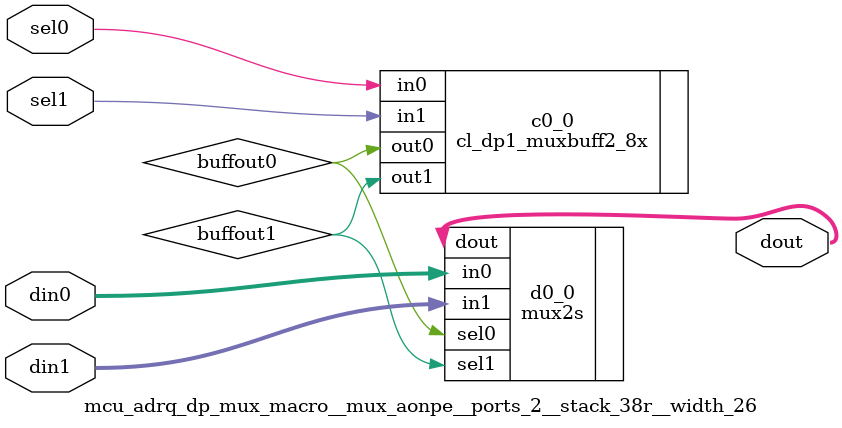
<source format=v>
module mcu_adrq_dp (
  l2clk, 
  drl2clk, 
  scan_in, 
  scan_out, 
  tcu_pce_ov, 
  tcu_aclk, 
  tcu_bclk, 
  tcu_scan_en, 
  drif_scm, 
  rd_rank_adr, 
  rd_bank_adr, 
  rd_ras_adr, 
  rd_cas_adr, 
  l2rd_req_id, 
  wr_rank_adr, 
  wr_bank_adr, 
  wr_ras_adr, 
  wr_cas_adr, 
  rd_adr_queue7_en, 
  rd_adr_queue6_en, 
  rd_adr_queue5_en, 
  rd_adr_queue4_en, 
  rd_adr_queue3_en, 
  rd_adr_queue2_en, 
  rd_adr_queue1_en, 
  rd_adr_queue0_en, 
  rd_adr_queue_sel, 
  wr_adr_queue7_en, 
  wr_adr_queue6_en, 
  wr_adr_queue5_en, 
  wr_adr_queue4_en, 
  wr_adr_queue3_en, 
  wr_adr_queue2_en, 
  wr_adr_queue1_en, 
  wr_adr_queue0_en, 
  wr_adr_queue_sel, 
  wr1_adr_queue_sel, 
  wr2_adr_queue_sel, 
  req_rdwr_addr_sel, 
  ras_adr_queue, 
  cas_adr_queue, 
  rd_req_id_queue, 
  ras_wr1_adr_queue, 
  cas_wr1_adr_queue, 
  ras_wr2_adr_queue, 
  cas_wr2_adr_queue, 
  rd_wr_adr7_eq, 
  rd_wr_adr6_eq, 
  rd_wr_adr5_eq, 
  rd_wr_adr4_eq, 
  rd_wr_adr3_eq, 
  rd_wr_adr2_eq, 
  rd_wr_adr1_eq, 
  rd_wr_adr0_eq);
wire pce_ov;
wire stop;
wire siclk;
wire soclk;
wire se;
wire u_mcu_rd_adr_sync_scanin;
wire u_mcu_rd_adr_sync_scanout;
wire [2:0] mcu_rd_req_id;
wire [3:0] mcu_rank_rd_adr;
wire [2:0] mcu_bank_rd_adr;
wire [14:0] mcu_ras_rd_adr;
wire [10:0] mcu_cas_rd_adr;
wire u_mcu_wr_adr_sync_scanin;
wire u_mcu_wr_adr_sync_scanout;
wire adrq_scm;
wire [3:0] mcu_rank_wr_adr;
wire [2:0] mcu_bank_wr_adr;
wire [14:0] mcu_ras_wr_adr;
wire [10:0] mcu_cas_wr_adr;
wire u_rd_adr_queue7_scanin;
wire u_rd_adr_queue7_scanout;
wire [2:0] rd_req_id_queue7;
wire [3:0] rank_rd_adr_queue7;
wire [2:0] bank_rd_adr_queue7;
wire [14:0] ras_rd_adr_queue7;
wire [10:0] cas_rd_adr_queue7;
wire u_rd_adr_queue6_scanin;
wire u_rd_adr_queue6_scanout;
wire [2:0] rd_req_id_queue6;
wire [3:0] rank_rd_adr_queue6;
wire [2:0] bank_rd_adr_queue6;
wire [14:0] ras_rd_adr_queue6;
wire [10:0] cas_rd_adr_queue6;
wire u_rd_adr_queue5_scanin;
wire u_rd_adr_queue5_scanout;
wire [2:0] rd_req_id_queue5;
wire [3:0] rank_rd_adr_queue5;
wire [2:0] bank_rd_adr_queue5;
wire [14:0] ras_rd_adr_queue5;
wire [10:0] cas_rd_adr_queue5;
wire u_rd_adr_queue4_scanin;
wire u_rd_adr_queue4_scanout;
wire [2:0] rd_req_id_queue4;
wire [3:0] rank_rd_adr_queue4;
wire [2:0] bank_rd_adr_queue4;
wire [14:0] ras_rd_adr_queue4;
wire [10:0] cas_rd_adr_queue4;
wire u_rd_adr_queue3_scanin;
wire u_rd_adr_queue3_scanout;
wire [2:0] rd_req_id_queue3;
wire [3:0] rank_rd_adr_queue3;
wire [2:0] bank_rd_adr_queue3;
wire [14:0] ras_rd_adr_queue3;
wire [10:0] cas_rd_adr_queue3;
wire u_rd_adr_queue2_scanin;
wire u_rd_adr_queue2_scanout;
wire [2:0] rd_req_id_queue2;
wire [3:0] rank_rd_adr_queue2;
wire [2:0] bank_rd_adr_queue2;
wire [14:0] ras_rd_adr_queue2;
wire [10:0] cas_rd_adr_queue2;
wire u_rd_adr_queue1_scanin;
wire u_rd_adr_queue1_scanout;
wire [2:0] rd_req_id_queue1;
wire [3:0] rank_rd_adr_queue1;
wire [2:0] bank_rd_adr_queue1;
wire [14:0] ras_rd_adr_queue1;
wire [10:0] cas_rd_adr_queue1;
wire u_rd_adr_queue0_scanin;
wire u_rd_adr_queue0_scanout;
wire [2:0] rd_req_id_queue0;
wire [3:0] rank_rd_adr_queue0;
wire [2:0] bank_rd_adr_queue0;
wire [14:0] ras_rd_adr_queue0;
wire [10:0] cas_rd_adr_queue0;
wire [3:0] rank_rd_adr_queue;
wire [2:0] bank_rd_adr_queue;
wire [14:0] ras_rd_adr_queue;
wire [10:0] cas_rd_adr_queue;
wire adrq_scm_l;
wire cas_rd_adr_cmp_2;
wire u_wr_adr_queue7_scanin;
wire u_wr_adr_queue7_scanout;
wire [3:0] rank_wr_adr_queue7;
wire [2:0] bank_wr_adr_queue7;
wire [14:0] ras_wr_adr_queue7;
wire [10:0] cas_wr_adr_queue7;
wire u_wr_adr_queue6_scanin;
wire u_wr_adr_queue6_scanout;
wire [3:0] rank_wr_adr_queue6;
wire [2:0] bank_wr_adr_queue6;
wire [14:0] ras_wr_adr_queue6;
wire [10:0] cas_wr_adr_queue6;
wire u_wr_adr_queue5_scanin;
wire u_wr_adr_queue5_scanout;
wire [3:0] rank_wr_adr_queue5;
wire [2:0] bank_wr_adr_queue5;
wire [14:0] ras_wr_adr_queue5;
wire [10:0] cas_wr_adr_queue5;
wire u_wr_adr_queue4_scanin;
wire u_wr_adr_queue4_scanout;
wire [3:0] rank_wr_adr_queue4;
wire [2:0] bank_wr_adr_queue4;
wire [14:0] ras_wr_adr_queue4;
wire [10:0] cas_wr_adr_queue4;
wire u_wr_adr_queue3_scanin;
wire u_wr_adr_queue3_scanout;
wire [3:0] rank_wr_adr_queue3;
wire [2:0] bank_wr_adr_queue3;
wire [14:0] ras_wr_adr_queue3;
wire [10:0] cas_wr_adr_queue3;
wire u_wr_adr_queue2_scanin;
wire u_wr_adr_queue2_scanout;
wire [3:0] rank_wr_adr_queue2;
wire [2:0] bank_wr_adr_queue2;
wire [14:0] ras_wr_adr_queue2;
wire [10:0] cas_wr_adr_queue2;
wire u_wr_adr_queue1_scanin;
wire u_wr_adr_queue1_scanout;
wire [3:0] rank_wr_adr_queue1;
wire [2:0] bank_wr_adr_queue1;
wire [14:0] ras_wr_adr_queue1;
wire [10:0] cas_wr_adr_queue1;
wire u_wr_adr_queue0_scanin;
wire u_wr_adr_queue0_scanout;
wire [3:0] rank_wr_adr_queue0;
wire [2:0] bank_wr_adr_queue0;
wire [14:0] ras_wr_adr_queue0;
wire [10:0] cas_wr_adr_queue0;
wire [14:0] ras_wr_adr_queue;
wire [10:0] cas_wr_adr_queue;


input		l2clk;
input		drl2clk;


input 		scan_in;
output		scan_out;
input		tcu_pce_ov;
input 		tcu_aclk;
input		tcu_bclk;
input		tcu_scan_en;

input		drif_scm;

input	[3:0]	rd_rank_adr;
input	[2:0]	rd_bank_adr;
input	[14:0]	rd_ras_adr;
input	[10:0]	rd_cas_adr;
input	[2:0]	l2rd_req_id;

input	[3:0]	wr_rank_adr;
input	[2:0]	wr_bank_adr;
input	[14:0]	wr_ras_adr;
input	[10:0]	wr_cas_adr;

input		rd_adr_queue7_en;
input		rd_adr_queue6_en;
input		rd_adr_queue5_en;
input		rd_adr_queue4_en;
input		rd_adr_queue3_en;
input		rd_adr_queue2_en;
input		rd_adr_queue1_en;
input		rd_adr_queue0_en;
input	[7:0]	rd_adr_queue_sel;

input		wr_adr_queue7_en;
input		wr_adr_queue6_en;
input		wr_adr_queue5_en;
input		wr_adr_queue4_en;
input		wr_adr_queue3_en;
input		wr_adr_queue2_en;
input		wr_adr_queue1_en;
input		wr_adr_queue0_en;
input	[7:0]	wr_adr_queue_sel;
input	[7:0]	wr1_adr_queue_sel;
input	[7:0]	wr2_adr_queue_sel;

input	[1:0]	req_rdwr_addr_sel;

output	[14:0]	ras_adr_queue;			// RAS address 
output	[10:0]	cas_adr_queue;			// CAS address 
output	[2:0]	rd_req_id_queue;		// read request ID

output	[14:0]	ras_wr1_adr_queue;		// RAS for write in B Command slot
output	[10:0]	cas_wr1_adr_queue;		// CAS for write in B Command slot
output	[14:0]	ras_wr2_adr_queue;		// RAS for write in C Command slot
output	[10:0]	cas_wr2_adr_queue;		// CAS for write in C Command slot

output		rd_wr_adr7_eq;
output		rd_wr_adr6_eq;
output		rd_wr_adr5_eq;
output		rd_wr_adr4_eq;
output		rd_wr_adr3_eq;
output		rd_wr_adr2_eq;
output		rd_wr_adr1_eq;
output		rd_wr_adr0_eq;

// Scan reassigns
assign pce_ov = tcu_pce_ov;
assign stop = 1'b0;
assign siclk = tcu_aclk;
assign soclk = tcu_bclk;
assign se = tcu_scan_en;

// read request address flops

mcu_adrq_dp_msff_macro__stack_38r__width_36	u_mcu_rd_adr_sync		       (
  		.scan_in(u_mcu_rd_adr_sync_scanin),
  		.scan_out(u_mcu_rd_adr_sync_scanout),
  		.clk 	( drl2clk ),	
  		.en  	( 1'b1 ),
  		.din 	( { l2rd_req_id[2:0],   rd_rank_adr[3:0], 	 rd_bank_adr[2:0], 	  rd_ras_adr[14:0],        rd_cas_adr[10:0] 	  } ),
  		.dout	( { mcu_rd_req_id[2:0], mcu_rank_rd_adr[3:0],    mcu_bank_rd_adr[2:0],    mcu_ras_rd_adr[14:0],    mcu_cas_rd_adr[10:0] } ),
  .se(se),
  .siclk(siclk),
  .soclk(soclk),
  .pce_ov(pce_ov),
  .stop(stop) );


// write request address flops

mcu_adrq_dp_msff_macro__stack_38r__width_34	u_mcu_wr_adr_sync		       (
  		.scan_in(u_mcu_wr_adr_sync_scanin),
  		.scan_out(u_mcu_wr_adr_sync_scanout),
  		.clk 	( drl2clk ),	
  		.en  	( 1'b1 ),
  		.din 	( { drif_scm, wr_rank_adr[3:0],     wr_bank_adr[2:0],     wr_ras_adr[14:0],       wr_cas_adr[10:2], 2'b0 } ),
  		.dout	( { adrq_scm, mcu_rank_wr_adr[3:0], mcu_bank_wr_adr[2:0], mcu_ras_wr_adr[14:0], 	mcu_cas_wr_adr[10:0] }),
  .se(se),
  .siclk(siclk),
  .soclk(soclk),
  .pce_ov(pce_ov),
  .stop(stop) );



// 8-entry read address request queue 

mcu_adrq_dp_msff_macro__stack_38r__width_36	u_rd_adr_queue7		       (
  		.scan_in(u_rd_adr_queue7_scanin),
  		.scan_out(u_rd_adr_queue7_scanout),
  		.clk 	( drl2clk ),	
  		.en  	( rd_adr_queue7_en ),
  		.din 	( { mcu_rd_req_id[2:0],     mcu_rank_rd_adr[3:0],    mcu_bank_rd_adr[2:0],    mcu_ras_rd_adr[14:0],    mcu_cas_rd_adr[10:0]     } ),
  		.dout	( { rd_req_id_queue7[2:0],  rank_rd_adr_queue7[3:0], bank_rd_adr_queue7[2:0], ras_rd_adr_queue7[14:0], cas_rd_adr_queue7[10:0]  } ),
  .se(se),
  .siclk(siclk),
  .soclk(soclk),
  .pce_ov(pce_ov),
  .stop(stop) );

mcu_adrq_dp_msff_macro__stack_38r__width_36	u_rd_adr_queue6		       (
  		.scan_in(u_rd_adr_queue6_scanin),
  		.scan_out(u_rd_adr_queue6_scanout),
  		.clk 	( drl2clk ),	
  		.en  	( rd_adr_queue6_en ),
  		.din 	( { mcu_rd_req_id[2:0],     mcu_rank_rd_adr[3:0],    mcu_bank_rd_adr[2:0],    mcu_ras_rd_adr[14:0],    mcu_cas_rd_adr[10:0]     } ),
  		.dout	( { rd_req_id_queue6[2:0],  rank_rd_adr_queue6[3:0], bank_rd_adr_queue6[2:0], ras_rd_adr_queue6[14:0], cas_rd_adr_queue6[10:0]  } ),
  .se(se),
  .siclk(siclk),
  .soclk(soclk),
  .pce_ov(pce_ov),
  .stop(stop) );

mcu_adrq_dp_msff_macro__stack_38r__width_36	u_rd_adr_queue5		       (
  		.scan_in(u_rd_adr_queue5_scanin),
  		.scan_out(u_rd_adr_queue5_scanout),
  		.clk 	( drl2clk ),	
  		.en  	( rd_adr_queue5_en ),
  		.din 	( { mcu_rd_req_id[2:0],     mcu_rank_rd_adr[3:0],    mcu_bank_rd_adr[2:0],    mcu_ras_rd_adr[14:0],    mcu_cas_rd_adr[10:0]     } ),
  		.dout	( { rd_req_id_queue5[2:0],  rank_rd_adr_queue5[3:0], bank_rd_adr_queue5[2:0], ras_rd_adr_queue5[14:0], cas_rd_adr_queue5[10:0]  } ),
  .se(se),
  .siclk(siclk),
  .soclk(soclk),
  .pce_ov(pce_ov),
  .stop(stop) );

mcu_adrq_dp_msff_macro__stack_38r__width_36	u_rd_adr_queue4		       (
  		.scan_in(u_rd_adr_queue4_scanin),
  		.scan_out(u_rd_adr_queue4_scanout),
  		.clk 	( drl2clk ),	
  		.en  	( rd_adr_queue4_en ),
  		.din 	( { mcu_rd_req_id[2:0],     mcu_rank_rd_adr[3:0],    mcu_bank_rd_adr[2:0],    mcu_ras_rd_adr[14:0],    mcu_cas_rd_adr[10:0]     } ),
  		.dout	( { rd_req_id_queue4[2:0],  rank_rd_adr_queue4[3:0], bank_rd_adr_queue4[2:0], ras_rd_adr_queue4[14:0], cas_rd_adr_queue4[10:0]  } ),
  .se(se),
  .siclk(siclk),
  .soclk(soclk),
  .pce_ov(pce_ov),
  .stop(stop) );

mcu_adrq_dp_msff_macro__stack_38r__width_36	u_rd_adr_queue3		       (
  		.scan_in(u_rd_adr_queue3_scanin),
  		.scan_out(u_rd_adr_queue3_scanout),
  		.clk 	( drl2clk ),	
  		.en  	( rd_adr_queue3_en ),
  		.din 	( { mcu_rd_req_id[2:0],     mcu_rank_rd_adr[3:0],    mcu_bank_rd_adr[2:0],    mcu_ras_rd_adr[14:0],    mcu_cas_rd_adr[10:0]     } ),
  		.dout	( { rd_req_id_queue3[2:0],  rank_rd_adr_queue3[3:0], bank_rd_adr_queue3[2:0], ras_rd_adr_queue3[14:0], cas_rd_adr_queue3[10:0]  } ),
  .se(se),
  .siclk(siclk),
  .soclk(soclk),
  .pce_ov(pce_ov),
  .stop(stop) );

mcu_adrq_dp_msff_macro__stack_38r__width_36	u_rd_adr_queue2		       (
  		.scan_in(u_rd_adr_queue2_scanin),
  		.scan_out(u_rd_adr_queue2_scanout),
  		.clk 	( drl2clk ),	
  		.en  	( rd_adr_queue2_en ),
  		.din 	( { mcu_rd_req_id[2:0],     mcu_rank_rd_adr[3:0],    mcu_bank_rd_adr[2:0],    mcu_ras_rd_adr[14:0],    mcu_cas_rd_adr[10:0]     } ),
  		.dout	( { rd_req_id_queue2[2:0],  rank_rd_adr_queue2[3:0], bank_rd_adr_queue2[2:0], ras_rd_adr_queue2[14:0], cas_rd_adr_queue2[10:0]  } ),
  .se(se),
  .siclk(siclk),
  .soclk(soclk),
  .pce_ov(pce_ov),
  .stop(stop) );

mcu_adrq_dp_msff_macro__stack_38r__width_36	u_rd_adr_queue1		       (
  		.scan_in(u_rd_adr_queue1_scanin),
  		.scan_out(u_rd_adr_queue1_scanout),
  		.clk 	( drl2clk ),	
  		.en  	( rd_adr_queue1_en ),
  		.din 	( { mcu_rd_req_id[2:0],     mcu_rank_rd_adr[3:0],    mcu_bank_rd_adr[2:0],    mcu_ras_rd_adr[14:0],    mcu_cas_rd_adr[10:0]     } ),
  		.dout	( { rd_req_id_queue1[2:0],  rank_rd_adr_queue1[3:0], bank_rd_adr_queue1[2:0], ras_rd_adr_queue1[14:0], cas_rd_adr_queue1[10:0]  } ),
  .se(se),
  .siclk(siclk),
  .soclk(soclk),
  .pce_ov(pce_ov),
  .stop(stop) );

mcu_adrq_dp_msff_macro__stack_38r__width_36	u_rd_adr_queue0		       (
  		.scan_in(u_rd_adr_queue0_scanin),
  		.scan_out(u_rd_adr_queue0_scanout),
  		.clk 	( drl2clk ),	
  		.en  	( rd_adr_queue0_en ),
  		.din 	( { mcu_rd_req_id[2:0],     mcu_rank_rd_adr[3:0],    mcu_bank_rd_adr[2:0],    mcu_ras_rd_adr[14:0],    mcu_cas_rd_adr[10:0]     } ),
  		.dout	( { rd_req_id_queue0[2:0],  rank_rd_adr_queue0[3:0], bank_rd_adr_queue0[2:0], ras_rd_adr_queue0[14:0], cas_rd_adr_queue0[10:0]  } ),
  .se(se),
  .siclk(siclk),
  .soclk(soclk),
  .pce_ov(pce_ov),
  .stop(stop) );

mcu_adrq_dp_mux_macro__mux_aonpe__ports_8__stack_38r__width_36	u_rd_adr_queue        	              (
  		.din0	( { rd_req_id_queue0[2:0], rank_rd_adr_queue0[3:0], bank_rd_adr_queue0[2:0], ras_rd_adr_queue0[14:0], cas_rd_adr_queue0[10:0] } ),	// default
  		.din1	( { rd_req_id_queue1[2:0], rank_rd_adr_queue1[3:0], bank_rd_adr_queue1[2:0], ras_rd_adr_queue1[14:0], cas_rd_adr_queue1[10:0] } ),
  		.din2	( { rd_req_id_queue2[2:0], rank_rd_adr_queue2[3:0], bank_rd_adr_queue2[2:0], ras_rd_adr_queue2[14:0], cas_rd_adr_queue2[10:0] } ),
  		.din3	( { rd_req_id_queue3[2:0], rank_rd_adr_queue3[3:0], bank_rd_adr_queue3[2:0], ras_rd_adr_queue3[14:0], cas_rd_adr_queue3[10:0] } ),
  		.din4	( { rd_req_id_queue4[2:0], rank_rd_adr_queue4[3:0], bank_rd_adr_queue4[2:0], ras_rd_adr_queue4[14:0], cas_rd_adr_queue4[10:0] } ),
  		.din5	( { rd_req_id_queue5[2:0], rank_rd_adr_queue5[3:0], bank_rd_adr_queue5[2:0], ras_rd_adr_queue5[14:0], cas_rd_adr_queue5[10:0] } ),
  		.din6	( { rd_req_id_queue6[2:0], rank_rd_adr_queue6[3:0], bank_rd_adr_queue6[2:0], ras_rd_adr_queue6[14:0], cas_rd_adr_queue6[10:0] } ),
  		.din7	( { rd_req_id_queue7[2:0], rank_rd_adr_queue7[3:0], bank_rd_adr_queue7[2:0], ras_rd_adr_queue7[14:0], cas_rd_adr_queue7[10:0] } ),
  		.sel0	( rd_adr_queue_sel[0] ),
  		.sel1	( rd_adr_queue_sel[1] ),
  		.sel2	( rd_adr_queue_sel[2] ),
  		.sel3	( rd_adr_queue_sel[3] ),
  		.sel4	( rd_adr_queue_sel[4] ),
  		.sel5	( rd_adr_queue_sel[5] ),
  		.sel6	( rd_adr_queue_sel[6] ),
  		.sel7	( rd_adr_queue_sel[7] ),
  		.dout	( { rd_req_id_queue[2:0], rank_rd_adr_queue[3:0], bank_rd_adr_queue[2:0], ras_rd_adr_queue[14:0], cas_rd_adr_queue[10:0] } ) );

// Mask off bit 2 in single channel mode for RAW hazard compare
mcu_adrq_dp_inv_macro	u_inv_scm ( .din(adrq_scm), .dout(adrq_scm_l));
mcu_adrq_dp_and_macro	u_rd_adr_2 ( .din0(adrq_scm_l), .din1(cas_rd_adr_queue[2]), .dout(cas_rd_adr_cmp_2));

// 8-entry write address request queue 

mcu_adrq_dp_msff_macro__stack_38r__width_33	u_wr_adr_queue7		       (
  		.scan_in(u_wr_adr_queue7_scanin),
  		.scan_out(u_wr_adr_queue7_scanout),
  		.clk 	( drl2clk ),	
  		.en  	( wr_adr_queue7_en ),
  		.din 	( { mcu_rank_wr_adr[3:0],    mcu_bank_wr_adr[2:0],    mcu_ras_wr_adr[14:0],    mcu_cas_wr_adr[10:0] } ),
  		.dout	( { rank_wr_adr_queue7[3:0], bank_wr_adr_queue7[2:0], ras_wr_adr_queue7[14:0], cas_wr_adr_queue7[10:0] } ),
  .se(se),
  .siclk(siclk),
  .soclk(soclk),
  .pce_ov(pce_ov),
  .stop(stop) );

mcu_adrq_dp_cmp_macro__width_32	u_cmp_adr_queue7	    (
		.din0	( { 1'b0, rank_rd_adr_queue[3:0],  bank_rd_adr_queue[2:0],  ras_rd_adr_queue[14:0],  cas_rd_adr_queue[10:3], cas_rd_adr_cmp_2 } ),
		.din1	( { 1'b0, rank_wr_adr_queue7[3:0], bank_wr_adr_queue7[2:0], ras_wr_adr_queue7[14:0], cas_wr_adr_queue7[10:2] } ),
		.dout	( rd_wr_adr7_eq ));

mcu_adrq_dp_msff_macro__stack_38r__width_33	u_wr_adr_queue6		       (
  		.scan_in(u_wr_adr_queue6_scanin),
  		.scan_out(u_wr_adr_queue6_scanout),
  		.clk 	( drl2clk ),	
  		.en  	( wr_adr_queue6_en ),
  		.din 	( { mcu_rank_wr_adr[3:0],    mcu_bank_wr_adr[2:0],    mcu_ras_wr_adr[14:0],    mcu_cas_wr_adr[10:0] } ),
  		.dout	( { rank_wr_adr_queue6[3:0], bank_wr_adr_queue6[2:0], ras_wr_adr_queue6[14:0], cas_wr_adr_queue6[10:0] } ),
  .se(se),
  .siclk(siclk),
  .soclk(soclk),
  .pce_ov(pce_ov),
  .stop(stop) );

mcu_adrq_dp_cmp_macro__width_32	u_cmp_adr_queue6	    (
		.din0	( { 1'b0, rank_rd_adr_queue[3:0],  bank_rd_adr_queue[2:0],  ras_rd_adr_queue[14:0],  cas_rd_adr_queue[10:3], cas_rd_adr_cmp_2 } ),
		.din1	( { 1'b0, rank_wr_adr_queue6[3:0], bank_wr_adr_queue6[2:0], ras_wr_adr_queue6[14:0], cas_wr_adr_queue6[10:2] } ),
		.dout	( rd_wr_adr6_eq ));

mcu_adrq_dp_msff_macro__stack_38r__width_33	u_wr_adr_queue5		       (
  		.scan_in(u_wr_adr_queue5_scanin),
  		.scan_out(u_wr_adr_queue5_scanout),
  		.clk 	( drl2clk ),	
  		.en  	( wr_adr_queue5_en ),
  		.din 	( { mcu_rank_wr_adr[3:0],    mcu_bank_wr_adr[2:0],    mcu_ras_wr_adr[14:0],    mcu_cas_wr_adr[10:0] } ),
  		.dout	( { rank_wr_adr_queue5[3:0], bank_wr_adr_queue5[2:0], ras_wr_adr_queue5[14:0], cas_wr_adr_queue5[10:0] } ),
  .se(se),
  .siclk(siclk),
  .soclk(soclk),
  .pce_ov(pce_ov),
  .stop(stop) );

mcu_adrq_dp_cmp_macro__width_32	u_cmp_adr_queue5	    (
		.din0	( { 1'b0, rank_rd_adr_queue[3:0],  bank_rd_adr_queue[2:0],  ras_rd_adr_queue[14:0],  cas_rd_adr_queue[10:3], cas_rd_adr_cmp_2 } ),
		.din1	( { 1'b0, rank_wr_adr_queue5[3:0], bank_wr_adr_queue5[2:0], ras_wr_adr_queue5[14:0], cas_wr_adr_queue5[10:2] } ),
		.dout	( rd_wr_adr5_eq ));

mcu_adrq_dp_msff_macro__stack_38r__width_33	u_wr_adr_queue4		       (
  		.scan_in(u_wr_adr_queue4_scanin),
  		.scan_out(u_wr_adr_queue4_scanout),
  		.clk 	( drl2clk ),	
  		.en  	( wr_adr_queue4_en ),
  		.din 	( { mcu_rank_wr_adr[3:0],    mcu_bank_wr_adr[2:0],    mcu_ras_wr_adr[14:0],    mcu_cas_wr_adr[10:0] } ),
  		.dout	( { rank_wr_adr_queue4[3:0], bank_wr_adr_queue4[2:0], ras_wr_adr_queue4[14:0], cas_wr_adr_queue4[10:0] } ),
  .se(se),
  .siclk(siclk),
  .soclk(soclk),
  .pce_ov(pce_ov),
  .stop(stop) );

mcu_adrq_dp_cmp_macro__width_32	u_cmp_adr_queue4	    (
		.din0	( { 1'b0, rank_rd_adr_queue[3:0],  bank_rd_adr_queue[2:0],  ras_rd_adr_queue[14:0],  cas_rd_adr_queue[10:3], cas_rd_adr_cmp_2 } ),
		.din1	( { 1'b0, rank_wr_adr_queue4[3:0], bank_wr_adr_queue4[2:0], ras_wr_adr_queue4[14:0], cas_wr_adr_queue4[10:2] } ),
		.dout	( rd_wr_adr4_eq ));

mcu_adrq_dp_msff_macro__stack_38r__width_33	u_wr_adr_queue3		       (
  		.scan_in(u_wr_adr_queue3_scanin),
  		.scan_out(u_wr_adr_queue3_scanout),
  		.clk 	( drl2clk ),	
  		.en  	( wr_adr_queue3_en ),
  		.din 	( { mcu_rank_wr_adr[3:0],    mcu_bank_wr_adr[2:0],    mcu_ras_wr_adr[14:0],    mcu_cas_wr_adr[10:0] } ),
  		.dout	( { rank_wr_adr_queue3[3:0], bank_wr_adr_queue3[2:0], ras_wr_adr_queue3[14:0], cas_wr_adr_queue3[10:0] } ),
  .se(se),
  .siclk(siclk),
  .soclk(soclk),
  .pce_ov(pce_ov),
  .stop(stop) );

mcu_adrq_dp_cmp_macro__width_32	u_cmp_adr_queue3	    (
		.din0	( { 1'b0, rank_rd_adr_queue[3:0],  bank_rd_adr_queue[2:0],  ras_rd_adr_queue[14:0],  cas_rd_adr_queue[10:3], cas_rd_adr_cmp_2 } ),
		.din1	( { 1'b0, rank_wr_adr_queue3[3:0], bank_wr_adr_queue3[2:0], ras_wr_adr_queue3[14:0], cas_wr_adr_queue3[10:2] } ),
		.dout	( rd_wr_adr3_eq ));

mcu_adrq_dp_msff_macro__stack_38r__width_33	u_wr_adr_queue2		       (
  		.scan_in(u_wr_adr_queue2_scanin),
  		.scan_out(u_wr_adr_queue2_scanout),
  		.clk 	( drl2clk ),	
  		.en  	( wr_adr_queue2_en ),
  		.din 	( { mcu_rank_wr_adr[3:0],    mcu_bank_wr_adr[2:0],    mcu_ras_wr_adr[14:0],    mcu_cas_wr_adr[10:0] } ),
  		.dout	( { rank_wr_adr_queue2[3:0], bank_wr_adr_queue2[2:0], ras_wr_adr_queue2[14:0], cas_wr_adr_queue2[10:0] } ),
  .se(se),
  .siclk(siclk),
  .soclk(soclk),
  .pce_ov(pce_ov),
  .stop(stop) );

mcu_adrq_dp_cmp_macro__width_32	u_cmp_adr_queue2	    (
		.din0	( { 1'b0, rank_rd_adr_queue[3:0],  bank_rd_adr_queue[2:0],  ras_rd_adr_queue[14:0],  cas_rd_adr_queue[10:3], cas_rd_adr_cmp_2 } ),
		.din1	( { 1'b0, rank_wr_adr_queue2[3:0], bank_wr_adr_queue2[2:0], ras_wr_adr_queue2[14:0], cas_wr_adr_queue2[10:2] } ),
		.dout	( rd_wr_adr2_eq ));

mcu_adrq_dp_msff_macro__stack_38r__width_33	u_wr_adr_queue1		       (
  		.scan_in(u_wr_adr_queue1_scanin),
  		.scan_out(u_wr_adr_queue1_scanout),
  		.clk 	( drl2clk ),	
  		.en  	( wr_adr_queue1_en ),
  		.din 	( { mcu_rank_wr_adr[3:0],    mcu_bank_wr_adr[2:0],    mcu_ras_wr_adr[14:0],    mcu_cas_wr_adr[10:0] } ),
  		.dout	( { rank_wr_adr_queue1[3:0], bank_wr_adr_queue1[2:0], ras_wr_adr_queue1[14:0], cas_wr_adr_queue1[10:0] } ),
  .se(se),
  .siclk(siclk),
  .soclk(soclk),
  .pce_ov(pce_ov),
  .stop(stop) );

mcu_adrq_dp_cmp_macro__width_32	u_cmp_adr_queue1	    (
		.din0	( { 1'b0, rank_rd_adr_queue[3:0],  bank_rd_adr_queue[2:0],  ras_rd_adr_queue[14:0],  cas_rd_adr_queue[10:3], cas_rd_adr_cmp_2 } ),
		.din1	( { 1'b0, rank_wr_adr_queue1[3:0], bank_wr_adr_queue1[2:0], ras_wr_adr_queue1[14:0], cas_wr_adr_queue1[10:2] } ),
		.dout	( rd_wr_adr1_eq ));

mcu_adrq_dp_msff_macro__stack_38r__width_33	u_wr_adr_queue0		       (
  		.scan_in(u_wr_adr_queue0_scanin),
  		.scan_out(u_wr_adr_queue0_scanout),
  		.clk 	( drl2clk ),	
  		.en  	( wr_adr_queue0_en ),
  		.din 	( { mcu_rank_wr_adr[3:0],    mcu_bank_wr_adr[2:0],    mcu_ras_wr_adr[14:0],    mcu_cas_wr_adr[10:0] } ),
  		.dout	( { rank_wr_adr_queue0[3:0], bank_wr_adr_queue0[2:0], ras_wr_adr_queue0[14:0], cas_wr_adr_queue0[10:0] } ),
  .se(se),
  .siclk(siclk),
  .soclk(soclk),
  .pce_ov(pce_ov),
  .stop(stop) );

mcu_adrq_dp_cmp_macro__width_32	u_cmp_adr_queue0	    (
		.din0	( { 1'b0, rank_rd_adr_queue[3:0],  bank_rd_adr_queue[2:0],  ras_rd_adr_queue[14:0],  cas_rd_adr_queue[10:3], cas_rd_adr_cmp_2 } ),
		.din1	( { 1'b0, rank_wr_adr_queue0[3:0], bank_wr_adr_queue0[2:0], ras_wr_adr_queue0[14:0], cas_wr_adr_queue0[10:2] } ),
		.dout	( rd_wr_adr0_eq ));

mcu_adrq_dp_mux_macro__mux_aonpe__ports_8__stack_38r__width_26	u_wr0_adr_queue        	              (
  		.din0	( { ras_wr_adr_queue0[14:0], cas_wr_adr_queue0[10:0] } ),	// default
  		.din1	( { ras_wr_adr_queue1[14:0], cas_wr_adr_queue1[10:0] } ),
  		.din2	( { ras_wr_adr_queue2[14:0], cas_wr_adr_queue2[10:0] } ),
  		.din3	( { ras_wr_adr_queue3[14:0], cas_wr_adr_queue3[10:0] } ),
  		.din4	( { ras_wr_adr_queue4[14:0], cas_wr_adr_queue4[10:0] } ),
  		.din5	( { ras_wr_adr_queue5[14:0], cas_wr_adr_queue5[10:0] } ),
  		.din6	( { ras_wr_adr_queue6[14:0], cas_wr_adr_queue6[10:0] } ),
  		.din7	( { ras_wr_adr_queue7[14:0], cas_wr_adr_queue7[10:0] } ),
  		.sel0	( wr_adr_queue_sel[0] ),
  		.sel1	( wr_adr_queue_sel[1] ),
  		.sel2	( wr_adr_queue_sel[2] ),
  		.sel3	( wr_adr_queue_sel[3] ),
  		.sel4	( wr_adr_queue_sel[4] ),
  		.sel5	( wr_adr_queue_sel[5] ),
  		.sel6	( wr_adr_queue_sel[6] ),
  		.sel7	( wr_adr_queue_sel[7] ),
  		.dout	( { ras_wr_adr_queue[14:0], cas_wr_adr_queue[10:0] } ) );

// request read/write address mux 
mcu_adrq_dp_mux_macro__mux_aonpe__ports_2__stack_38r__width_26	u_rdwr_adr_queue		              (
  		.din0	( { ras_wr_adr_queue[14:0], cas_wr_adr_queue[10:0] } ),
  		.din1	( { ras_rd_adr_queue[14:0], cas_rd_adr_queue[10:0] } ),		// default
  		.sel0	( req_rdwr_addr_sel[0] ),
  		.sel1	( req_rdwr_addr_sel[1] ),
  		.dout	( { ras_adr_queue[14:0],    cas_adr_queue[10:0] } ) );

mcu_adrq_dp_mux_macro__mux_aonpe__ports_8__stack_38r__width_26	u_wr1_adr_queue        	              (
  		.din0	( { ras_wr_adr_queue0[14:0], cas_wr_adr_queue0[10:0] } ),	// default
  		.din1	( { ras_wr_adr_queue1[14:0], cas_wr_adr_queue1[10:0] } ),
  		.din2	( { ras_wr_adr_queue2[14:0], cas_wr_adr_queue2[10:0] } ),
  		.din3	( { ras_wr_adr_queue3[14:0], cas_wr_adr_queue3[10:0] } ),
  		.din4	( { ras_wr_adr_queue4[14:0], cas_wr_adr_queue4[10:0] } ),
  		.din5	( { ras_wr_adr_queue5[14:0], cas_wr_adr_queue5[10:0] } ),
  		.din6	( { ras_wr_adr_queue6[14:0], cas_wr_adr_queue6[10:0] } ),
  		.din7	( { ras_wr_adr_queue7[14:0], cas_wr_adr_queue7[10:0] } ),
  		.sel0	( wr1_adr_queue_sel[0] ),
  		.sel1	( wr1_adr_queue_sel[1] ),
  		.sel2	( wr1_adr_queue_sel[2] ),
  		.sel3	( wr1_adr_queue_sel[3] ),
  		.sel4	( wr1_adr_queue_sel[4] ),
  		.sel5	( wr1_adr_queue_sel[5] ),
  		.sel6	( wr1_adr_queue_sel[6] ),
  		.sel7	( wr1_adr_queue_sel[7] ),
  		.dout	( { ras_wr1_adr_queue[14:0], cas_wr1_adr_queue[10:0] } ) );

mcu_adrq_dp_mux_macro__mux_aonpe__ports_8__stack_38r__width_26	u_wr2_adr_queue        	              (
  		.din0	( { ras_wr_adr_queue0[14:0], cas_wr_adr_queue0[10:0] } ),	// default
  		.din1	( { ras_wr_adr_queue1[14:0], cas_wr_adr_queue1[10:0] } ),
  		.din2	( { ras_wr_adr_queue2[14:0], cas_wr_adr_queue2[10:0] } ),
  		.din3	( { ras_wr_adr_queue3[14:0], cas_wr_adr_queue3[10:0] } ),
  		.din4	( { ras_wr_adr_queue4[14:0], cas_wr_adr_queue4[10:0] } ),
  		.din5	( { ras_wr_adr_queue5[14:0], cas_wr_adr_queue5[10:0] } ),
  		.din6	( { ras_wr_adr_queue6[14:0], cas_wr_adr_queue6[10:0] } ),
  		.din7	( { ras_wr_adr_queue7[14:0], cas_wr_adr_queue7[10:0] } ),
  		.sel0	( wr2_adr_queue_sel[0] ),
  		.sel1	( wr2_adr_queue_sel[1] ),
  		.sel2	( wr2_adr_queue_sel[2] ),
  		.sel3	( wr2_adr_queue_sel[3] ),
  		.sel4	( wr2_adr_queue_sel[4] ),
  		.sel5	( wr2_adr_queue_sel[5] ),
  		.sel6	( wr2_adr_queue_sel[6] ),
  		.sel7	( wr2_adr_queue_sel[7] ),
  		.dout	( { ras_wr2_adr_queue[14:0], cas_wr2_adr_queue[10:0] } ) );

// fixscan start:
assign u_mcu_rd_adr_sync_scanin  = scan_in                  ;
assign u_mcu_wr_adr_sync_scanin  = u_mcu_rd_adr_sync_scanout;
assign u_rd_adr_queue7_scanin    = u_mcu_wr_adr_sync_scanout;
assign u_rd_adr_queue6_scanin    = u_rd_adr_queue7_scanout  ;
assign u_rd_adr_queue5_scanin    = u_rd_adr_queue6_scanout  ;
assign u_rd_adr_queue4_scanin    = u_rd_adr_queue5_scanout  ;
assign u_rd_adr_queue3_scanin    = u_rd_adr_queue4_scanout  ;
assign u_rd_adr_queue2_scanin    = u_rd_adr_queue3_scanout  ;
assign u_rd_adr_queue1_scanin    = u_rd_adr_queue2_scanout  ;
assign u_rd_adr_queue0_scanin    = u_rd_adr_queue1_scanout  ;
assign u_wr_adr_queue7_scanin    = u_rd_adr_queue0_scanout  ;
assign u_wr_adr_queue6_scanin    = u_wr_adr_queue7_scanout  ;
assign u_wr_adr_queue5_scanin    = u_wr_adr_queue6_scanout  ;
assign u_wr_adr_queue4_scanin    = u_wr_adr_queue5_scanout  ;
assign u_wr_adr_queue3_scanin    = u_wr_adr_queue4_scanout  ;
assign u_wr_adr_queue2_scanin    = u_wr_adr_queue3_scanout  ;
assign u_wr_adr_queue1_scanin    = u_wr_adr_queue2_scanout  ;
assign u_wr_adr_queue0_scanin    = u_wr_adr_queue1_scanout  ;
assign scan_out                  = u_wr_adr_queue0_scanout  ;
// fixscan end:
endmodule	// mcu_adrq_dp






// any PARAMS parms go into naming of macro

module mcu_adrq_dp_msff_macro__stack_38r__width_36 (
  din, 
  clk, 
  en, 
  se, 
  scan_in, 
  siclk, 
  soclk, 
  pce_ov, 
  stop, 
  dout, 
  scan_out);
wire l1clk;
wire siclk_out;
wire soclk_out;
wire [34:0] so;

  input [35:0] din;


  input clk;
  input en;
  input se;
  input scan_in;
  input siclk;
  input soclk;
  input pce_ov;
  input stop;



  output [35:0] dout;


  output scan_out;




cl_dp1_l1hdr_8x c0_0 (
.l2clk(clk),
.pce(en),
.aclk(siclk),
.bclk(soclk),
.l1clk(l1clk),
  .se(se),
  .pce_ov(pce_ov),
  .stop(stop),
  .siclk_out(siclk_out),
  .soclk_out(soclk_out)
);
dff #(36)  d0_0 (
.l1clk(l1clk),
.siclk(siclk_out),
.soclk(soclk_out),
.d(din[35:0]),
.si({scan_in,so[34:0]}),
.so({so[34:0],scan_out}),
.q(dout[35:0])
);




















endmodule













// any PARAMS parms go into naming of macro

module mcu_adrq_dp_msff_macro__stack_38r__width_34 (
  din, 
  clk, 
  en, 
  se, 
  scan_in, 
  siclk, 
  soclk, 
  pce_ov, 
  stop, 
  dout, 
  scan_out);
wire l1clk;
wire siclk_out;
wire soclk_out;
wire [32:0] so;

  input [33:0] din;


  input clk;
  input en;
  input se;
  input scan_in;
  input siclk;
  input soclk;
  input pce_ov;
  input stop;



  output [33:0] dout;


  output scan_out;




cl_dp1_l1hdr_8x c0_0 (
.l2clk(clk),
.pce(en),
.aclk(siclk),
.bclk(soclk),
.l1clk(l1clk),
  .se(se),
  .pce_ov(pce_ov),
  .stop(stop),
  .siclk_out(siclk_out),
  .soclk_out(soclk_out)
);
dff #(34)  d0_0 (
.l1clk(l1clk),
.siclk(siclk_out),
.soclk(soclk_out),
.d(din[33:0]),
.si({scan_in,so[32:0]}),
.so({so[32:0],scan_out}),
.q(dout[33:0])
);




















endmodule









// general mux macro for pass-gate and and-or muxes with/wout priority encoders
// also for pass-gate with decoder





// any PARAMS parms go into naming of macro

module mcu_adrq_dp_mux_macro__mux_aonpe__ports_8__stack_38r__width_36 (
  din0, 
  sel0, 
  din1, 
  sel1, 
  din2, 
  sel2, 
  din3, 
  sel3, 
  din4, 
  sel4, 
  din5, 
  sel5, 
  din6, 
  sel6, 
  din7, 
  sel7, 
  dout);
wire buffout0;
wire buffout1;
wire buffout2;
wire buffout3;
wire buffout4;
wire buffout5;
wire buffout6;
wire buffout7;

  input [35:0] din0;
  input sel0;
  input [35:0] din1;
  input sel1;
  input [35:0] din2;
  input sel2;
  input [35:0] din3;
  input sel3;
  input [35:0] din4;
  input sel4;
  input [35:0] din5;
  input sel5;
  input [35:0] din6;
  input sel6;
  input [35:0] din7;
  input sel7;
  output [35:0] dout;





cl_dp1_muxbuff8_8x  c0_0 (
 .in0(sel0),
 .in1(sel1),
 .in2(sel2),
 .in3(sel3),
 .in4(sel4),
 .in5(sel5),
 .in6(sel6),
 .in7(sel7),
 .out0(buffout0),
 .out1(buffout1),
 .out2(buffout2),
 .out3(buffout3),
 .out4(buffout4),
 .out5(buffout5),
 .out6(buffout6),
 .out7(buffout7)
);
mux8s #(36)  d0_0 (
  .sel0(buffout0),
  .sel1(buffout1),
  .sel2(buffout2),
  .sel3(buffout3),
  .sel4(buffout4),
  .sel5(buffout5),
  .sel6(buffout6),
  .sel7(buffout7),
  .in0(din0[35:0]),
  .in1(din1[35:0]),
  .in2(din2[35:0]),
  .in3(din3[35:0]),
  .in4(din4[35:0]),
  .in5(din5[35:0]),
  .in6(din6[35:0]),
  .in7(din7[35:0]),
.dout(dout[35:0])
);









  



endmodule


//
//   invert macro
//
//





module mcu_adrq_dp_inv_macro (
  din, 
  dout);
  input [0:0] din;
  output [0:0] dout;






inv #(1)  d0_0 (
.in(din[0:0]),
.out(dout[0:0])
);









endmodule





//  
//   and macro for ports = 2,3,4
//
//





module mcu_adrq_dp_and_macro (
  din0, 
  din1, 
  dout);
  input [0:0] din0;
  input [0:0] din1;
  output [0:0] dout;






and2 #(1)  d0_0 (
.in0(din0[0:0]),
.in1(din1[0:0]),
.out(dout[0:0])
);









endmodule









// any PARAMS parms go into naming of macro

module mcu_adrq_dp_msff_macro__stack_38r__width_33 (
  din, 
  clk, 
  en, 
  se, 
  scan_in, 
  siclk, 
  soclk, 
  pce_ov, 
  stop, 
  dout, 
  scan_out);
wire l1clk;
wire siclk_out;
wire soclk_out;
wire [31:0] so;

  input [32:0] din;


  input clk;
  input en;
  input se;
  input scan_in;
  input siclk;
  input soclk;
  input pce_ov;
  input stop;



  output [32:0] dout;


  output scan_out;




cl_dp1_l1hdr_8x c0_0 (
.l2clk(clk),
.pce(en),
.aclk(siclk),
.bclk(soclk),
.l1clk(l1clk),
  .se(se),
  .pce_ov(pce_ov),
  .stop(stop),
  .siclk_out(siclk_out),
  .soclk_out(soclk_out)
);
dff #(33)  d0_0 (
.l1clk(l1clk),
.siclk(siclk_out),
.soclk(soclk_out),
.d(din[32:0]),
.si({scan_in,so[31:0]}),
.so({so[31:0],scan_out}),
.q(dout[32:0])
);




















endmodule









//
//   comparator macro (output is 1 if both inputs are equal; 0 otherwise)
//
//





module mcu_adrq_dp_cmp_macro__width_32 (
  din0, 
  din1, 
  dout);
  input [31:0] din0;
  input [31:0] din1;
  output dout;






cmp #(32)  m0_0 (
.in0(din0[31:0]),
.in1(din1[31:0]),
.out(dout)
);










endmodule





// general mux macro for pass-gate and and-or muxes with/wout priority encoders
// also for pass-gate with decoder





// any PARAMS parms go into naming of macro

module mcu_adrq_dp_mux_macro__mux_aonpe__ports_8__stack_38r__width_26 (
  din0, 
  sel0, 
  din1, 
  sel1, 
  din2, 
  sel2, 
  din3, 
  sel3, 
  din4, 
  sel4, 
  din5, 
  sel5, 
  din6, 
  sel6, 
  din7, 
  sel7, 
  dout);
wire buffout0;
wire buffout1;
wire buffout2;
wire buffout3;
wire buffout4;
wire buffout5;
wire buffout6;
wire buffout7;

  input [25:0] din0;
  input sel0;
  input [25:0] din1;
  input sel1;
  input [25:0] din2;
  input sel2;
  input [25:0] din3;
  input sel3;
  input [25:0] din4;
  input sel4;
  input [25:0] din5;
  input sel5;
  input [25:0] din6;
  input sel6;
  input [25:0] din7;
  input sel7;
  output [25:0] dout;





cl_dp1_muxbuff8_8x  c0_0 (
 .in0(sel0),
 .in1(sel1),
 .in2(sel2),
 .in3(sel3),
 .in4(sel4),
 .in5(sel5),
 .in6(sel6),
 .in7(sel7),
 .out0(buffout0),
 .out1(buffout1),
 .out2(buffout2),
 .out3(buffout3),
 .out4(buffout4),
 .out5(buffout5),
 .out6(buffout6),
 .out7(buffout7)
);
mux8s #(26)  d0_0 (
  .sel0(buffout0),
  .sel1(buffout1),
  .sel2(buffout2),
  .sel3(buffout3),
  .sel4(buffout4),
  .sel5(buffout5),
  .sel6(buffout6),
  .sel7(buffout7),
  .in0(din0[25:0]),
  .in1(din1[25:0]),
  .in2(din2[25:0]),
  .in3(din3[25:0]),
  .in4(din4[25:0]),
  .in5(din5[25:0]),
  .in6(din6[25:0]),
  .in7(din7[25:0]),
.dout(dout[25:0])
);









  



endmodule


// general mux macro for pass-gate and and-or muxes with/wout priority encoders
// also for pass-gate with decoder





// any PARAMS parms go into naming of macro

module mcu_adrq_dp_mux_macro__mux_aonpe__ports_2__stack_38r__width_26 (
  din0, 
  sel0, 
  din1, 
  sel1, 
  dout);
wire buffout0;
wire buffout1;

  input [25:0] din0;
  input sel0;
  input [25:0] din1;
  input sel1;
  output [25:0] dout;





cl_dp1_muxbuff2_8x  c0_0 (
 .in0(sel0),
 .in1(sel1),
 .out0(buffout0),
 .out1(buffout1)
);
mux2s #(26)  d0_0 (
  .sel0(buffout0),
  .sel1(buffout1),
  .in0(din0[25:0]),
  .in1(din1[25:0]),
.dout(dout[25:0])
);









  



endmodule


</source>
